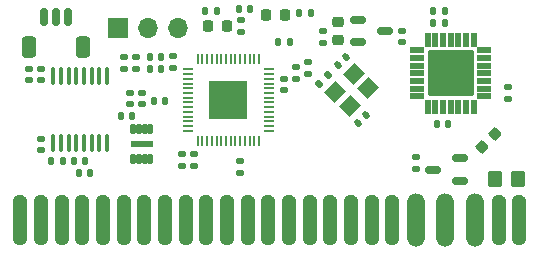
<source format=gbr>
%TF.GenerationSoftware,KiCad,Pcbnew,7.0.7*%
%TF.CreationDate,2024-01-01T23:26:11-08:00*%
%TF.ProjectId,Curly_Mini_v0,4375726c-795f-44d6-996e-695f76302e6b,rev?*%
%TF.SameCoordinates,Original*%
%TF.FileFunction,Soldermask,Top*%
%TF.FilePolarity,Negative*%
%FSLAX46Y46*%
G04 Gerber Fmt 4.6, Leading zero omitted, Abs format (unit mm)*
G04 Created by KiCad (PCBNEW 7.0.7) date 2024-01-01 23:26:11*
%MOMM*%
%LPD*%
G01*
G04 APERTURE LIST*
G04 Aperture macros list*
%AMRoundRect*
0 Rectangle with rounded corners*
0 $1 Rounding radius*
0 $2 $3 $4 $5 $6 $7 $8 $9 X,Y pos of 4 corners*
0 Add a 4 corners polygon primitive as box body*
4,1,4,$2,$3,$4,$5,$6,$7,$8,$9,$2,$3,0*
0 Add four circle primitives for the rounded corners*
1,1,$1+$1,$2,$3*
1,1,$1+$1,$4,$5*
1,1,$1+$1,$6,$7*
1,1,$1+$1,$8,$9*
0 Add four rect primitives between the rounded corners*
20,1,$1+$1,$2,$3,$4,$5,0*
20,1,$1+$1,$4,$5,$6,$7,0*
20,1,$1+$1,$6,$7,$8,$9,0*
20,1,$1+$1,$8,$9,$2,$3,0*%
%AMRotRect*
0 Rectangle, with rotation*
0 The origin of the aperture is its center*
0 $1 length*
0 $2 width*
0 $3 Rotation angle, in degrees counterclockwise*
0 Add horizontal line*
21,1,$1,$2,0,0,$3*%
%AMFreePoly0*
4,1,29,0.193136,2.094410,0.334892,2.027705,0.455605,1.927842,0.547692,1.801096,0.605364,1.655431,0.625000,1.500000,0.625000,-1.500000,0.620072,-1.578333,0.581110,-1.730078,0.505636,-1.867366,0.398390,-1.981571,0.266112,-2.065517,0.117113,-2.113930,-0.039244,-2.123767,-0.193136,-2.094410,-0.334892,-2.027705,-0.455605,-1.927842,-0.547692,-1.801096,-0.605364,-1.655431,-0.625000,-1.500000,
-0.625000,1.500000,-0.620072,1.578333,-0.581110,1.730078,-0.505636,1.867366,-0.398390,1.981571,-0.266112,2.065517,-0.117113,2.113930,0.039244,2.123767,0.193136,2.094410,0.193136,2.094410,$1*%
%AMFreePoly1*
4,1,31,0.130236,2.238606,0.297060,2.188662,0.447869,2.101592,0.574533,1.982091,0.670224,1.836599,0.729784,1.672962,0.750000,1.500000,0.750000,-1.500000,0.744929,-1.587070,0.704769,-1.756515,0.626616,-1.912132,0.514681,-2.045530,0.375000,-2.149519,0.215102,-2.218492,0.043609,-2.248731,-0.130236,-2.238606,-0.297060,-2.188662,-0.447869,-2.101592,-0.574533,-1.982091,-0.670224,-1.836599,
-0.729784,-1.672962,-0.750000,-1.500000,-0.750000,1.500000,-0.744929,1.587070,-0.704769,1.756515,-0.626616,1.912132,-0.514681,2.045530,-0.375000,2.149519,-0.215102,2.218492,-0.043609,2.248731,0.130236,2.238606,0.130236,2.238606,$1*%
G04 Aperture macros list end*
%ADD10FreePoly0,180.000000*%
%ADD11FreePoly1,180.000000*%
%ADD12RoundRect,0.150000X0.512500X0.150000X-0.512500X0.150000X-0.512500X-0.150000X0.512500X-0.150000X0*%
%ADD13RoundRect,0.250000X0.350000X0.450000X-0.350000X0.450000X-0.350000X-0.450000X0.350000X-0.450000X0*%
%ADD14RoundRect,0.135000X-0.135000X-0.185000X0.135000X-0.185000X0.135000X0.185000X-0.135000X0.185000X0*%
%ADD15RoundRect,0.218750X0.218750X0.256250X-0.218750X0.256250X-0.218750X-0.256250X0.218750X-0.256250X0*%
%ADD16R,1.700000X1.700000*%
%ADD17O,1.700000X1.700000*%
%ADD18RoundRect,0.100000X0.100000X-0.637500X0.100000X0.637500X-0.100000X0.637500X-0.100000X-0.637500X0*%
%ADD19RoundRect,0.140000X-0.170000X0.140000X-0.170000X-0.140000X0.170000X-0.140000X0.170000X0.140000X0*%
%ADD20RoundRect,0.140000X0.140000X0.170000X-0.140000X0.170000X-0.140000X-0.170000X0.140000X-0.170000X0*%
%ADD21RoundRect,0.140000X-0.140000X-0.170000X0.140000X-0.170000X0.140000X0.170000X-0.140000X0.170000X0*%
%ADD22RoundRect,0.150000X-0.512500X-0.150000X0.512500X-0.150000X0.512500X0.150000X-0.512500X0.150000X0*%
%ADD23RoundRect,0.140000X0.170000X-0.140000X0.170000X0.140000X-0.170000X0.140000X-0.170000X-0.140000X0*%
%ADD24RoundRect,0.225000X0.017678X-0.335876X0.335876X-0.017678X-0.017678X0.335876X-0.335876X0.017678X0*%
%ADD25RoundRect,0.225000X0.250000X-0.225000X0.250000X0.225000X-0.250000X0.225000X-0.250000X-0.225000X0*%
%ADD26RoundRect,0.140000X0.021213X-0.219203X0.219203X-0.021213X-0.021213X0.219203X-0.219203X0.021213X0*%
%ADD27RoundRect,0.102000X0.150000X-0.300000X0.150000X0.300000X-0.150000X0.300000X-0.150000X-0.300000X0*%
%ADD28RoundRect,0.102000X0.850000X-0.150000X0.850000X0.150000X-0.850000X0.150000X-0.850000X-0.150000X0*%
%ADD29RotRect,1.400000X1.200000X45.000000*%
%ADD30RoundRect,0.135000X0.135000X0.185000X-0.135000X0.185000X-0.135000X-0.185000X0.135000X-0.185000X0*%
%ADD31RoundRect,0.250000X0.350000X0.650000X-0.350000X0.650000X-0.350000X-0.650000X0.350000X-0.650000X0*%
%ADD32RoundRect,0.150000X0.150000X0.625000X-0.150000X0.625000X-0.150000X-0.625000X0.150000X-0.625000X0*%
%ADD33RoundRect,0.050000X0.050000X-0.387500X0.050000X0.387500X-0.050000X0.387500X-0.050000X-0.387500X0*%
%ADD34RoundRect,0.050000X0.387500X-0.050000X0.387500X0.050000X-0.387500X0.050000X-0.387500X-0.050000X0*%
%ADD35R,3.200000X3.200000*%
%ADD36RoundRect,0.135000X-0.185000X0.135000X-0.185000X-0.135000X0.185000X-0.135000X0.185000X0.135000X0*%
%ADD37RoundRect,0.135000X-0.035355X0.226274X-0.226274X0.035355X0.035355X-0.226274X0.226274X-0.035355X0*%
%ADD38RoundRect,0.115200X0.151800X-0.506800X0.151800X0.506800X-0.151800X0.506800X-0.151800X-0.506800X0*%
%ADD39RoundRect,0.115200X0.506800X0.151800X-0.506800X0.151800X-0.506800X-0.151800X0.506800X-0.151800X0*%
%ADD40RoundRect,0.102000X1.850000X-1.850000X1.850000X1.850000X-1.850000X1.850000X-1.850000X-1.850000X0*%
G04 APERTURE END LIST*
D10*
%TO.C,J26*%
X112675000Y-69600000D03*
X110925000Y-69600000D03*
D11*
X108925000Y-69600000D03*
X106425000Y-69600000D03*
X103925000Y-69600000D03*
D10*
X101925000Y-69600000D03*
X100175000Y-69600000D03*
X98425000Y-69600000D03*
X96675000Y-69600000D03*
X94925000Y-69600000D03*
X93175000Y-69600000D03*
X91425000Y-69600000D03*
X89675000Y-69600000D03*
X87925000Y-69600000D03*
X86175000Y-69600000D03*
X84425000Y-69600000D03*
X82675000Y-69600000D03*
X80925000Y-69600000D03*
X79175000Y-69600000D03*
X77425000Y-69600000D03*
X75675000Y-69600000D03*
X73925000Y-69600000D03*
X72175000Y-69600000D03*
X70425000Y-69600000D03*
%TD*%
D12*
%TO.C,U5*%
X107637500Y-66250000D03*
X107637500Y-64350000D03*
X105362500Y-65300000D03*
%TD*%
D13*
%TO.C,R6*%
X110600000Y-66100000D03*
X112600000Y-66100000D03*
%TD*%
D14*
%TO.C,R5*%
X94000000Y-52000000D03*
X95020000Y-52000000D03*
%TD*%
D15*
%TO.C,D1*%
X92800000Y-52175000D03*
X91225000Y-52175000D03*
%TD*%
D16*
%TO.C,J8*%
X78740000Y-53340000D03*
D17*
X81280000Y-53340000D03*
X83820000Y-53340000D03*
%TD*%
D18*
%TO.C,U6*%
X73225000Y-63062500D03*
X73875000Y-63062500D03*
X74525000Y-63062500D03*
X75175000Y-63062500D03*
X75825000Y-63062500D03*
X76475000Y-63062500D03*
X77125000Y-63062500D03*
X77775000Y-63062500D03*
X77775000Y-57337500D03*
X77125000Y-57337500D03*
X76475000Y-57337500D03*
X75825000Y-57337500D03*
X75175000Y-57337500D03*
X74525000Y-57337500D03*
X73875000Y-57337500D03*
X73225000Y-57337500D03*
%TD*%
D19*
%TO.C,C34*%
X71200000Y-56770000D03*
X71200000Y-57730000D03*
%TD*%
%TO.C,C33*%
X72200000Y-56770000D03*
X72200000Y-57730000D03*
%TD*%
%TO.C,C32*%
X72200000Y-62670000D03*
X72200000Y-63630000D03*
%TD*%
D20*
%TO.C,C31*%
X76355000Y-65625000D03*
X75395000Y-65625000D03*
%TD*%
D21*
%TO.C,C30*%
X73045000Y-64600000D03*
X74005000Y-64600000D03*
%TD*%
%TO.C,C12*%
X74945000Y-64600000D03*
X75905000Y-64600000D03*
%TD*%
D22*
%TO.C,U3*%
X101300000Y-53550000D03*
X99025000Y-54500000D03*
X99025000Y-52600000D03*
%TD*%
D21*
%TO.C,C29*%
X105400000Y-52850000D03*
X106360000Y-52850000D03*
%TD*%
D19*
%TO.C,C27*%
X111750000Y-58345000D03*
X111750000Y-59305000D03*
%TD*%
D20*
%TO.C,C26*%
X106655000Y-61465810D03*
X105695000Y-61465810D03*
%TD*%
D21*
%TO.C,C25*%
X105400000Y-51850000D03*
X106360000Y-51850000D03*
%TD*%
D23*
%TO.C,C24*%
X103900000Y-65230000D03*
X103900000Y-64270000D03*
%TD*%
D19*
%TO.C,C23*%
X102750000Y-54530000D03*
X102750000Y-53570000D03*
%TD*%
D24*
%TO.C,C22*%
X109526992Y-63348008D03*
X110623008Y-62251992D03*
%TD*%
D23*
%TO.C,C21*%
X96100000Y-54555000D03*
X96100000Y-53595000D03*
%TD*%
D25*
%TO.C,C20*%
X97350000Y-54350000D03*
X97350000Y-52800000D03*
%TD*%
D20*
%TO.C,C1*%
X79930000Y-60725000D03*
X78970000Y-60725000D03*
%TD*%
D26*
%TO.C,C8*%
X98999965Y-61350035D03*
X99678787Y-60671213D03*
%TD*%
D20*
%TO.C,C15*%
X89905000Y-51725000D03*
X88945000Y-51725000D03*
%TD*%
D27*
%TO.C,U4*%
X79950000Y-64400000D03*
X80450000Y-64400000D03*
X80950000Y-64400000D03*
X81450000Y-64400000D03*
X81450000Y-61900000D03*
X80950000Y-61900000D03*
X80450000Y-61900000D03*
X79950000Y-61900000D03*
D28*
X80700000Y-63150000D03*
%TD*%
D20*
%TO.C,C3*%
X82330000Y-55750000D03*
X81370000Y-55750000D03*
%TD*%
D21*
%TO.C,C4*%
X86110000Y-51895000D03*
X87070000Y-51895000D03*
%TD*%
D20*
%TO.C,C9*%
X82680000Y-59450000D03*
X81720000Y-59450000D03*
%TD*%
D29*
%TO.C,Y2*%
X98312599Y-59939482D03*
X99868234Y-58383847D03*
X98666153Y-57181766D03*
X97110518Y-58737401D03*
%TD*%
D19*
%TO.C,C19*%
X84150000Y-64020000D03*
X84150000Y-64980000D03*
%TD*%
D30*
%TO.C,R1*%
X92240000Y-54500000D03*
X93260000Y-54500000D03*
%TD*%
D19*
%TO.C,C17*%
X85125000Y-64020000D03*
X85125000Y-64980000D03*
%TD*%
D23*
%TO.C,C11*%
X93775000Y-57605000D03*
X93775000Y-56645000D03*
%TD*%
D19*
%TO.C,C18*%
X89050000Y-64590000D03*
X89050000Y-65550000D03*
%TD*%
D23*
%TO.C,C6*%
X94800000Y-57180000D03*
X94800000Y-56220000D03*
%TD*%
D31*
%TO.C,J1*%
X71150000Y-54925000D03*
X75750000Y-54925000D03*
D32*
X72450000Y-52400000D03*
X73450000Y-52400000D03*
X74450000Y-52400000D03*
%TD*%
D23*
%TO.C,C10*%
X92750000Y-58555000D03*
X92750000Y-57595000D03*
%TD*%
D19*
%TO.C,C13*%
X79750000Y-58820000D03*
X79750000Y-59780000D03*
%TD*%
D33*
%TO.C,U1*%
X85450000Y-62850000D03*
X85850000Y-62850000D03*
X86250000Y-62850000D03*
X86650000Y-62850000D03*
X87050000Y-62850000D03*
X87450000Y-62850000D03*
X87850000Y-62850000D03*
X88250000Y-62850000D03*
X88650000Y-62850000D03*
X89050000Y-62850000D03*
X89450000Y-62850000D03*
X89850000Y-62850000D03*
X90250000Y-62850000D03*
X90650000Y-62850000D03*
D34*
X91487500Y-62012500D03*
X91487500Y-61612500D03*
X91487500Y-61212500D03*
X91487500Y-60812500D03*
X91487500Y-60412500D03*
X91487500Y-60012500D03*
X91487500Y-59612500D03*
X91487500Y-59212500D03*
X91487500Y-58812500D03*
X91487500Y-58412500D03*
X91487500Y-58012500D03*
X91487500Y-57612500D03*
X91487500Y-57212500D03*
X91487500Y-56812500D03*
D33*
X90650000Y-55975000D03*
X90250000Y-55975000D03*
X89850000Y-55975000D03*
X89450000Y-55975000D03*
X89050000Y-55975000D03*
X88650000Y-55975000D03*
X88250000Y-55975000D03*
X87850000Y-55975000D03*
X87450000Y-55975000D03*
X87050000Y-55975000D03*
X86650000Y-55975000D03*
X86250000Y-55975000D03*
X85850000Y-55975000D03*
X85450000Y-55975000D03*
D34*
X84612500Y-56812500D03*
X84612500Y-57212500D03*
X84612500Y-57612500D03*
X84612500Y-58012500D03*
X84612500Y-58412500D03*
X84612500Y-58812500D03*
X84612500Y-59212500D03*
X84612500Y-59612500D03*
X84612500Y-60012500D03*
X84612500Y-60412500D03*
X84612500Y-60812500D03*
X84612500Y-61212500D03*
X84612500Y-61612500D03*
X84612500Y-62012500D03*
D35*
X88050000Y-59412500D03*
%TD*%
D23*
%TO.C,C16*%
X89125000Y-52665000D03*
X89125000Y-53625000D03*
%TD*%
D36*
%TO.C,R4*%
X80250000Y-55740000D03*
X80250000Y-56760000D03*
%TD*%
D37*
%TO.C,R2*%
X96450000Y-57300000D03*
X95728752Y-58021248D03*
%TD*%
D20*
%TO.C,C2*%
X82330000Y-56770000D03*
X81370000Y-56770000D03*
%TD*%
D19*
%TO.C,C14*%
X80740000Y-58820000D03*
X80740000Y-59780000D03*
%TD*%
D23*
%TO.C,C5*%
X83350000Y-56680000D03*
X83350000Y-55720000D03*
%TD*%
D36*
%TO.C,R3*%
X79250000Y-55740000D03*
X79250000Y-56760000D03*
%TD*%
D15*
%TO.C,FB1*%
X87925000Y-53150000D03*
X86350000Y-53150000D03*
%TD*%
D26*
%TO.C,C7*%
X97310554Y-56439446D03*
X97989376Y-55760624D03*
%TD*%
D38*
%TO.C,U2*%
X104925000Y-59990810D03*
X105575000Y-59990810D03*
X106225000Y-59990810D03*
X106875000Y-59990810D03*
X107525000Y-59990810D03*
X108175000Y-59990810D03*
X108825000Y-59990810D03*
D39*
X109710000Y-59105810D03*
X109710000Y-58455810D03*
X109710000Y-57805810D03*
X109710000Y-57155810D03*
X109710000Y-56505810D03*
X109710000Y-55855810D03*
X109710000Y-55205810D03*
D38*
X108825000Y-54320810D03*
X108175000Y-54320810D03*
X107525000Y-54320810D03*
X106875000Y-54320810D03*
X106225000Y-54320810D03*
X105575000Y-54320810D03*
X104925000Y-54320810D03*
D39*
X104040000Y-55205810D03*
X104040000Y-55855810D03*
X104040000Y-56505810D03*
X104040000Y-57155810D03*
X104040000Y-57805810D03*
X104040000Y-58455810D03*
X104040000Y-59105810D03*
D40*
X106875000Y-57155810D03*
%TD*%
M02*

</source>
